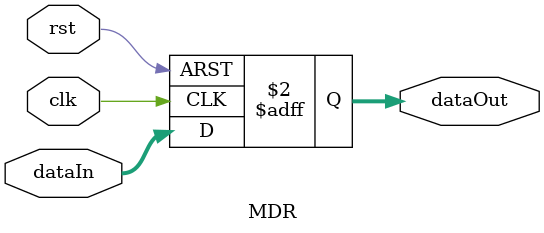
<source format=v>
`timescale 1ns/1ns

module MDR(clk, rst, dataIn, dataOut);
  input clk, rst;
  input[15:0] dataIn;
  output reg[15:0] dataOut;
  
  always@(posedge clk, posedge rst) begin
    if(rst)
      dataOut <= 16'b0000000000000000;
    else
      dataOut <= dataIn;
  end
endmodule

</source>
